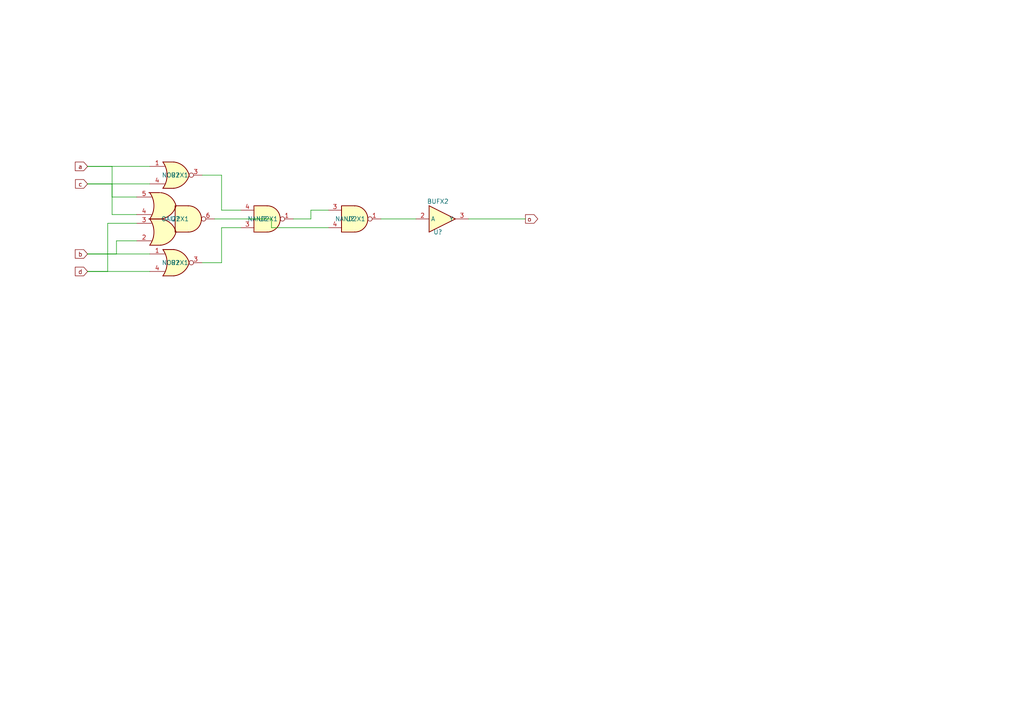
<source format=kicad_sch>
(kicad_sch (version 20200714) (host "asg" "0.1.0")
  (page 1 1)
  (paper "A4")
  (lib_symbols
    (symbol "test:OAI22X1"
      (property "Reference" "U" (at 0 0 0))
      (property "Value" "OAI22X1" (at 0 0 0))
      (symbol "OAI22X1_1_1"
        (arc (start 3.81 -3.81) (end 3.81 3.81) (radius (at 3.81 0) (length 3.81) (angles -89.9 89.9)) (stroke (width 0.254)) (fill (type background)))
        (arc (start -7.366 7.62) (end -7.366 0) (radius (at -12.7 3.81) (length 6.5532) (angles 35.4 -35.4)) (stroke (width 0.254)))
        (arc (start 0.254 3.81) (end -4.1656 7.62) (radius (at -4.7498 2.4892) (length 5.1816) (angles 15 83.7)) (stroke (width 0.254)) (fill (type background)))
        (arc (start 0.254 3.81) (end -4.1656 0) (radius (at -4.7498 5.1308) (length 5.1816) (angles -15 -83.7)) (stroke (width 0.254)) (fill (type background)))
        (arc (start -7.366 0) (end -7.366 -7.62) (radius (at -12.7 -3.81) (length 6.5532) (angles 35.4 -35.4)) (stroke (width 0.254)))
        (arc (start 0.254 -3.81) (end -4.1656 0) (radius (at -4.7498 -5.1308) (length 5.1816) (angles 15 83.7)) (stroke (width 0.254)) (fill (type background)))
        (arc (start 0.254 -3.81) (end -4.1656 -7.62) (radius (at -4.7498 -2.4892) (length 5.1816) (angles -15 -83.7)) (stroke (width 0.254)) (fill (type background)))
        (polyline (pts (xy 3.81 3.81) (xy 0 3.81) (xy 0 -3.81) (xy 3.81 -3.81)) (stroke (width 0.254)) (fill (type background)))
        (polyline (pts (xy -7.366 7.62) (xy -4.191 7.62)) (stroke (width 0.254)) (fill (type background)))
        (polyline (pts (xy -4.191 7.62) (xy -7.366 7.62) (xy -7.366 7.62) (xy -7.112 7.2136) (xy -6.5786 6.0706) (xy -6.2484 4.8514) (xy -6.1722 3.556) (xy -6.3246 2.3114) (xy -6.731 1.0922) (xy -7.366 0) (xy -7.366 0) (xy -4.191 0)) (stroke (width -25.4)) (fill (type background)))
        (polyline (pts (xy -7.62 0) (xy -4.445 0)) (stroke (width 0.254)) (fill (type background)))
        (polyline (pts (xy -7.366 0) (xy -4.191 0)) (stroke (width 0.254)) (fill (type background)))
        (polyline (pts (xy -4.191 0) (xy -7.366 0) (xy -7.366 0) (xy -7.112 -0.4064) (xy -6.5786 -1.5494) (xy -6.2484 -2.7686) (xy -6.1722 -4.064) (xy -6.3246 -5.3086) (xy -6.731 -6.5278) (xy -7.366 -7.62) (xy -7.366 -7.62) (xy -4.191 -7.62)) (stroke (width -25.4)) (fill (type background)))
        (polyline (pts (xy -7.62 -7.62) (xy -4.445 -7.62)) (stroke (width 0.254)) (fill (type background)))
        (pin output inverted (at 11.43 0 180) (length 3.81) (name "~") (number "6"))
        (pin input line (at -11.176 6.35 0) (length 4.318) (name "~") (number "2"))
        (pin input line (at -11.176 1.27 0) (length 4.318) (name "~") (number "3"))
        (pin input line (at -11.176 -1.27 0) (length 4.318) (name "~") (number "4"))
        (pin input line (at -11.176 -6.35 0) (length 4.318) (name "~") (number "5"))
      )
    )
    (symbol "test:NOR2X1"
      (property "Reference" "U" (at 0 0 0))
      (property "Value" "NOR2X1" (at 0 0 0))
      (symbol "NOR2X1_1_1"
        (arc (start -3.556 3.81) (end -3.556 -3.81) (radius (at -8.89 0) (length 6.5532) (angles 35.4 -35.4)) (stroke (width 0.254)))
        (arc (start 4.064 0) (end -0.3556 3.81) (radius (at -0.9398 -1.3208) (length 5.1816) (angles 15 83.7)) (stroke (width 0.254)) (fill (type background)))
        (arc (start 4.064 0) (end -0.3556 -3.81) (radius (at -0.9398 1.3208) (length 5.1816) (angles -15 -83.7)) (stroke (width 0.254)) (fill (type background)))
        (polyline (pts (xy -3.556 -3.81) (xy -0.381 -3.81)) (stroke (width 0.254)) (fill (type background)))
        (polyline (pts (xy -3.556 3.81) (xy -0.381 3.81)) (stroke (width 0.254)) (fill (type background)))
        (polyline (pts (xy -0.381 3.81) (xy -3.556 3.81) (xy -3.556 3.81) (xy -3.302 3.4036) (xy -2.7686 2.2606) (xy -2.4384 1.0414) (xy -2.3622 -0.254) (xy -2.5146 -1.4986) (xy -2.921 -2.7178) (xy -3.556 -3.81) (xy -3.556 -3.81) (xy -0.381 -3.81)) (stroke (width -25.4)) (fill (type background)))
        (pin input line (at -7.366 2.54 0) (length 4.318) (name "~") (number "1"))
        (pin input line (at -7.366 -2.54 0) (length 4.318) (name "~") (number "4"))
        (pin output inverted (at 7.874 0 180) (length 3.81) (name "~") (number "3"))
      )
    )
    (symbol "test:BUFX2"
      (property "Reference" "U" (at 0 3.81 0))
      (property "Value" "BUFX2" (at 0 -5.08 0))
      (symbol "BUFX2_1_0"
        (polyline (pts (xy -2.54 3.81) (xy -2.54 -3.81) (xy 5.08 0) (xy -2.54 3.81)) (stroke (width 0.254)) (fill (type background)))
        (pin input line (at -6.35 0 0) (length 3.81) (name "A") (number "2"))
        (pin output line (at 8.89 0 180) (length 3.81) (name "Y") (number "3"))
      )
    )
    (symbol "test:NAND2X1"
      (property "Reference" "U" (at 0 0 0))
      (property "Value" "NAND2X1" (at 0 0 0))
      (symbol "NAND2X1_1_1"
        (arc (start 1.27 -3.81) (end 1.27 3.81) (radius (at 1.27 0) (length 3.81) (angles -89.9 89.9)) (stroke (width 0.254)) (fill (type background)))
        (polyline (pts (xy 1.27 3.81) (xy -2.54 3.81) (xy -2.54 -3.81) (xy 1.27 -3.81)) (stroke (width 0.254)) (fill (type background)))
        (pin input line (at -6.35 2.54 0) (length 3.81) (name "~") (number "3"))
        (pin input line (at -6.35 -2.54 0) (length 3.81) (name "~") (number "4"))
        (pin output inverted (at 8.89 0 180) (length 3.81) (name "~") (number "1"))
      )
    )
  )
  (symbol (lib_id "test:NOR2X1") (at 50.8 50.8 0) (unit 1)
    (property "Reference" "U?" (at 50.8 50.8 0))
    (property "Value" "NOR2X1" (at 50.8 50.8 0))
  )
  (symbol (lib_id "test:BUFX2") (at 127.0 63.5 0) (unit 1)
    (property "Reference" "U?" (at 127.0 67.31 0))
    (property "Value" "BUFX2" (at 127.0 58.42 0))
  )
  (symbol (lib_id "test:NAND2X1") (at 101.6 63.5 0) (unit 1)
    (property "Reference" "U?" (at 101.6 63.5 0))
    (property "Value" "NAND2X1" (at 101.6 63.5 0))
  )
  (symbol (lib_id "test:NOR2X1") (at 50.8 76.19999999999999 0) (unit 1)
    (property "Reference" "U?" (at 50.8 76.19999999999999 0))
    (property "Value" "NOR2X1" (at 50.8 76.19999999999999 0))
  )
  (symbol (lib_id "test:NAND2X1") (at 76.19999999999999 63.49999999999999 0) (mirror x) (unit 1)
    (property "Reference" "U?" (at 76.19999999999999 63.49999999999999 0))
    (property "Value" "NAND2X1" (at 76.19999999999999 63.49999999999999 0))
  )
  (symbol (lib_id "test:OAI22X1") (at 50.8 63.5 0) (mirror x) (unit 1)
    (property "Reference" "U?" (at 50.8 63.5 0))
    (property "Value" "OAI22X1" (at 50.8 63.5 0))
  )
  (global_label "a" (shape input) (at 25.4 48.26 180))
  (global_label "b" (shape input) (at 25.4 73.65999999999998 180))
  (global_label "c" (shape input) (at 25.4 53.339999999999996 180))
  (global_label "d" (shape input) (at 25.4 78.74 180))
  (global_label "o" (shape output) (at 152.4 63.5 0))
  (wire (pts (xy 25.4 48.26) (xy 43.434 48.26)))
  (wire (pts (xy 25.4 48.26) (xy 32.512 48.26)))
  (wire (pts (xy 32.512 48.26) (xy 32.512 57.15)))
  (wire (pts (xy 32.512 57.15) (xy 39.623999999999995 57.15)))
  (wire (pts (xy 58.674 50.8) (xy 64.262 50.8)))
  (wire (pts (xy 64.262 50.8) (xy 64.262 60.959999999999994)))
  (wire (pts (xy 64.262 60.959999999999994) (xy 69.85 60.959999999999994)))
  (wire (pts (xy 25.4 53.339999999999996) (xy 43.434 53.339999999999996)))
  (wire (pts (xy 25.4 53.339999999999996) (xy 32.512 53.339999999999996)))
  (wire (pts (xy 32.512 53.339999999999996) (xy 32.512 62.23)))
  (wire (pts (xy 32.512 62.23) (xy 39.623999999999995 62.23)))
  (wire (pts (xy 110.49 63.5) (xy 120.65 63.5)))
  (wire (pts (xy 135.89 63.5) (xy 152.4 63.5)))
  (wire (pts (xy 62.23 63.5) (xy 78.74 63.5)))
  (wire (pts (xy 78.74 63.5) (xy 78.74 66.04)))
  (wire (pts (xy 78.74 66.04) (xy 95.25 66.04)))
  (wire (pts (xy 85.08999999999999 63.49999999999999) (xy 90.16999999999999 63.49999999999999)))
  (wire (pts (xy 90.16999999999999 63.49999999999999) (xy 90.16999999999999 60.96)))
  (wire (pts (xy 90.16999999999999 60.96) (xy 95.25 60.96)))
  (wire (pts (xy 25.4 73.65999999999998) (xy 43.434 73.65999999999998)))
  (wire (pts (xy 25.4 73.65999999999998) (xy 33.782000000000004 73.65999999999998)))
  (wire (pts (xy 33.782000000000004 73.65999999999998) (xy 33.782000000000004 69.85)))
  (wire (pts (xy 33.782000000000004 69.85) (xy 39.623999999999995 69.85)))
  (wire (pts (xy 58.674 76.19999999999999) (xy 64.262 76.19999999999999)))
  (wire (pts (xy 64.262 76.19999999999999) (xy 64.262 66.03999999999999)))
  (wire (pts (xy 64.262 66.03999999999999) (xy 69.85 66.03999999999999)))
  (wire (pts (xy 25.4 78.74) (xy 43.434 78.74)))
  (wire (pts (xy 25.4 78.74) (xy 31.242 78.74)))
  (wire (pts (xy 31.242 78.74) (xy 31.242 64.77)))
  (wire (pts (xy 31.242 64.77) (xy 39.623999999999995 64.77)))
)
</source>
